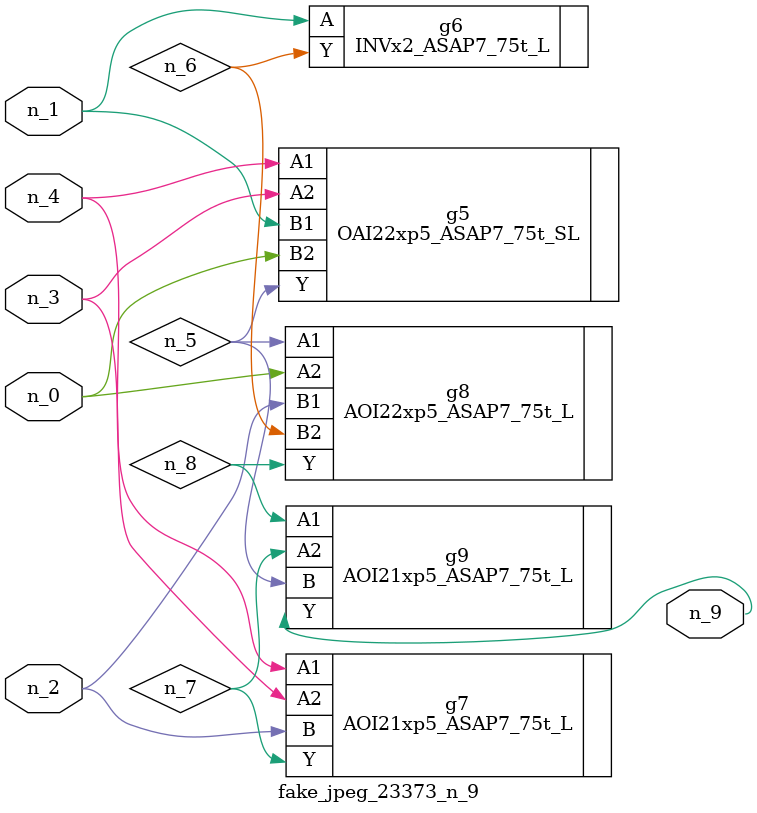
<source format=v>
module fake_jpeg_23373_n_9 (n_3, n_2, n_1, n_0, n_4, n_9);

input n_3;
input n_2;
input n_1;
input n_0;
input n_4;

output n_9;

wire n_8;
wire n_6;
wire n_5;
wire n_7;

OAI22xp5_ASAP7_75t_SL g5 ( 
.A1(n_4),
.A2(n_3),
.B1(n_1),
.B2(n_0),
.Y(n_5)
);

INVx2_ASAP7_75t_L g6 ( 
.A(n_1),
.Y(n_6)
);

AOI21xp5_ASAP7_75t_L g7 ( 
.A1(n_4),
.A2(n_3),
.B(n_2),
.Y(n_7)
);

AOI22xp5_ASAP7_75t_L g8 ( 
.A1(n_5),
.A2(n_0),
.B1(n_2),
.B2(n_6),
.Y(n_8)
);

AOI21xp5_ASAP7_75t_L g9 ( 
.A1(n_8),
.A2(n_7),
.B(n_5),
.Y(n_9)
);


endmodule
</source>
